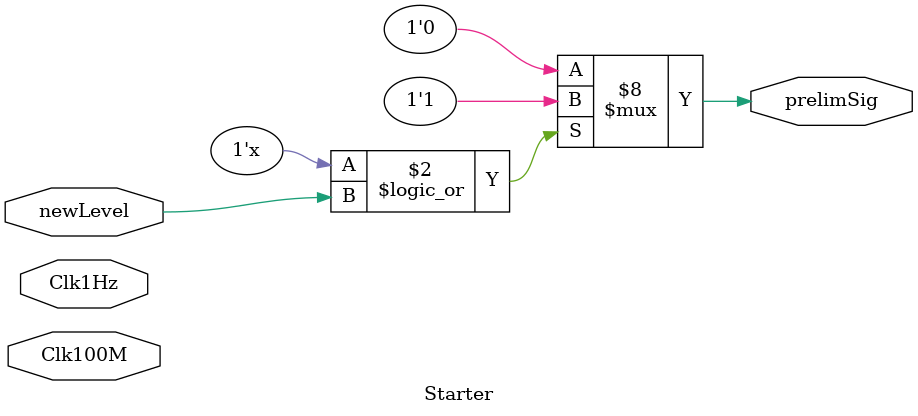
<source format=v>
module Starter(
          input Clk100M,
          input Clk1Hz,
          input newLevel,
          output reg prelimSig
);

reg start;
initial begin
  start = 1;
  prelimSig = 0;
end

always @(Clk100M) begin
  if (start || newLevel) begin
    prelimSig <= 1;
    start <= 0;  
  end
  else begin
    prelimSig <= 0;
  end
end

endmodule
</source>
